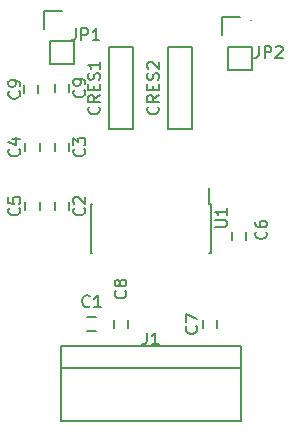
<source format=gto>
G04 #@! TF.GenerationSoftware,KiCad,Pcbnew,(2017-06-12 revision 19d5cc754)-master*
G04 #@! TF.CreationDate,2018-05-15T00:46:58+02:00*
G04 #@! TF.ProjectId,RFID_BOARD_EM4095,524649445F424F4152445F454D343039,rev?*
G04 #@! TF.FileFunction,Legend,Top*
G04 #@! TF.FilePolarity,Positive*
%FSLAX46Y46*%
G04 Gerber Fmt 4.6, Leading zero omitted, Abs format (unit mm)*
G04 Created by KiCad (PCBNEW (2017-06-12 revision 19d5cc754)-master) date 2018 May 15, Tuesday 00:46:58*
%MOMM*%
%LPD*%
G01*
G04 APERTURE LIST*
%ADD10C,0.100000*%
%ADD11C,0.150000*%
G04 APERTURE END LIST*
D10*
D11*
X146800000Y-96950000D02*
X146800000Y-96250000D01*
X148000000Y-96250000D02*
X148000000Y-96950000D01*
X166000000Y-90700000D02*
X166000000Y-90700000D01*
X166000000Y-90700000D02*
X166000000Y-90700000D01*
X166000000Y-90700000D02*
X166000000Y-90700000D01*
X148100000Y-106150000D02*
X148100000Y-106850000D01*
X146900000Y-106850000D02*
X146900000Y-106150000D01*
X165600000Y-108650000D02*
X165600000Y-109350000D01*
X164400000Y-109350000D02*
X164400000Y-108650000D01*
X163100000Y-116150000D02*
X163100000Y-116850000D01*
X161900000Y-116850000D02*
X161900000Y-116150000D01*
X154400000Y-116850000D02*
X154400000Y-116150000D01*
X155600000Y-116150000D02*
X155600000Y-116850000D01*
X156000000Y-100000000D02*
X154000000Y-100000000D01*
X156000000Y-93000000D02*
X156000000Y-100000000D01*
X154000000Y-93000000D02*
X156000000Y-93000000D01*
X154000000Y-100000000D02*
X154000000Y-93000000D01*
X157500000Y-124675000D02*
X165120000Y-124675000D01*
X157500000Y-120230000D02*
X165120000Y-120230000D01*
X157500000Y-118325000D02*
X165120000Y-118325000D01*
X149880000Y-118325000D02*
X149880000Y-124675000D01*
X165120000Y-118325000D02*
X165120000Y-124675000D01*
X157500000Y-120230000D02*
X149880000Y-120230000D01*
X149880000Y-118325000D02*
X157500000Y-118325000D01*
X157500000Y-124675000D02*
X149880000Y-124675000D01*
X150600000Y-96150000D02*
X150600000Y-96850000D01*
X149400000Y-96850000D02*
X149400000Y-96150000D01*
X159000000Y-100000000D02*
X159000000Y-93000000D01*
X159000000Y-93000000D02*
X161000000Y-93000000D01*
X161000000Y-93000000D02*
X161000000Y-100000000D01*
X161000000Y-100000000D02*
X159000000Y-100000000D01*
X149000000Y-92500000D02*
X151000000Y-92500000D01*
X151000000Y-92500000D02*
X151000000Y-94500000D01*
X151000000Y-94500000D02*
X149000000Y-94500000D01*
X149000000Y-94500000D02*
X149000000Y-92500000D01*
X148500000Y-91500000D02*
X148500000Y-90000000D01*
X148500000Y-90000000D02*
X150000000Y-90000000D01*
X163550000Y-90500000D02*
X165050000Y-90500000D01*
X163550000Y-92000000D02*
X163550000Y-90500000D01*
X164050000Y-95000000D02*
X164050000Y-93000000D01*
X166050000Y-95000000D02*
X164050000Y-95000000D01*
X166050000Y-93000000D02*
X166050000Y-95000000D01*
X164050000Y-93000000D02*
X166050000Y-93000000D01*
X152850000Y-117100000D02*
X152150000Y-117100000D01*
X152150000Y-115900000D02*
X152850000Y-115900000D01*
X150600000Y-106150000D02*
X150600000Y-106850000D01*
X149400000Y-106850000D02*
X149400000Y-106150000D01*
X149400000Y-101850000D02*
X149400000Y-101150000D01*
X150600000Y-101150000D02*
X150600000Y-101850000D01*
X146900000Y-101850000D02*
X146900000Y-101150000D01*
X148100000Y-101150000D02*
X148100000Y-101850000D01*
X162575000Y-106325000D02*
X162470000Y-106325000D01*
X162575000Y-110475000D02*
X162470000Y-110475000D01*
X152425000Y-110475000D02*
X152530000Y-110475000D01*
X152425000Y-106325000D02*
X152530000Y-106325000D01*
X162575000Y-106325000D02*
X162575000Y-110475000D01*
X152425000Y-106325000D02*
X152425000Y-110475000D01*
X162470000Y-106325000D02*
X162470000Y-104950000D01*
X146357142Y-96766666D02*
X146404761Y-96814285D01*
X146452380Y-96957142D01*
X146452380Y-97052380D01*
X146404761Y-97195238D01*
X146309523Y-97290476D01*
X146214285Y-97338095D01*
X146023809Y-97385714D01*
X145880952Y-97385714D01*
X145690476Y-97338095D01*
X145595238Y-97290476D01*
X145500000Y-97195238D01*
X145452380Y-97052380D01*
X145452380Y-96957142D01*
X145500000Y-96814285D01*
X145547619Y-96766666D01*
X146452380Y-96290476D02*
X146452380Y-96100000D01*
X146404761Y-96004761D01*
X146357142Y-95957142D01*
X146214285Y-95861904D01*
X146023809Y-95814285D01*
X145642857Y-95814285D01*
X145547619Y-95861904D01*
X145500000Y-95909523D01*
X145452380Y-96004761D01*
X145452380Y-96195238D01*
X145500000Y-96290476D01*
X145547619Y-96338095D01*
X145642857Y-96385714D01*
X145880952Y-96385714D01*
X145976190Y-96338095D01*
X146023809Y-96290476D01*
X146071428Y-96195238D01*
X146071428Y-96004761D01*
X146023809Y-95909523D01*
X145976190Y-95861904D01*
X145880952Y-95814285D01*
X146357142Y-106666666D02*
X146404761Y-106714285D01*
X146452380Y-106857142D01*
X146452380Y-106952380D01*
X146404761Y-107095238D01*
X146309523Y-107190476D01*
X146214285Y-107238095D01*
X146023809Y-107285714D01*
X145880952Y-107285714D01*
X145690476Y-107238095D01*
X145595238Y-107190476D01*
X145500000Y-107095238D01*
X145452380Y-106952380D01*
X145452380Y-106857142D01*
X145500000Y-106714285D01*
X145547619Y-106666666D01*
X145452380Y-105761904D02*
X145452380Y-106238095D01*
X145928571Y-106285714D01*
X145880952Y-106238095D01*
X145833333Y-106142857D01*
X145833333Y-105904761D01*
X145880952Y-105809523D01*
X145928571Y-105761904D01*
X146023809Y-105714285D01*
X146261904Y-105714285D01*
X146357142Y-105761904D01*
X146404761Y-105809523D01*
X146452380Y-105904761D01*
X146452380Y-106142857D01*
X146404761Y-106238095D01*
X146357142Y-106285714D01*
X167257142Y-108666666D02*
X167304761Y-108714285D01*
X167352380Y-108857142D01*
X167352380Y-108952380D01*
X167304761Y-109095238D01*
X167209523Y-109190476D01*
X167114285Y-109238095D01*
X166923809Y-109285714D01*
X166780952Y-109285714D01*
X166590476Y-109238095D01*
X166495238Y-109190476D01*
X166400000Y-109095238D01*
X166352380Y-108952380D01*
X166352380Y-108857142D01*
X166400000Y-108714285D01*
X166447619Y-108666666D01*
X166352380Y-107809523D02*
X166352380Y-108000000D01*
X166400000Y-108095238D01*
X166447619Y-108142857D01*
X166590476Y-108238095D01*
X166780952Y-108285714D01*
X167161904Y-108285714D01*
X167257142Y-108238095D01*
X167304761Y-108190476D01*
X167352380Y-108095238D01*
X167352380Y-107904761D01*
X167304761Y-107809523D01*
X167257142Y-107761904D01*
X167161904Y-107714285D01*
X166923809Y-107714285D01*
X166828571Y-107761904D01*
X166780952Y-107809523D01*
X166733333Y-107904761D01*
X166733333Y-108095238D01*
X166780952Y-108190476D01*
X166828571Y-108238095D01*
X166923809Y-108285714D01*
X161357142Y-116666666D02*
X161404761Y-116714285D01*
X161452380Y-116857142D01*
X161452380Y-116952380D01*
X161404761Y-117095238D01*
X161309523Y-117190476D01*
X161214285Y-117238095D01*
X161023809Y-117285714D01*
X160880952Y-117285714D01*
X160690476Y-117238095D01*
X160595238Y-117190476D01*
X160500000Y-117095238D01*
X160452380Y-116952380D01*
X160452380Y-116857142D01*
X160500000Y-116714285D01*
X160547619Y-116666666D01*
X160452380Y-116333333D02*
X160452380Y-115666666D01*
X161452380Y-116095238D01*
X155357142Y-113666666D02*
X155404761Y-113714285D01*
X155452380Y-113857142D01*
X155452380Y-113952380D01*
X155404761Y-114095238D01*
X155309523Y-114190476D01*
X155214285Y-114238095D01*
X155023809Y-114285714D01*
X154880952Y-114285714D01*
X154690476Y-114238095D01*
X154595238Y-114190476D01*
X154500000Y-114095238D01*
X154452380Y-113952380D01*
X154452380Y-113857142D01*
X154500000Y-113714285D01*
X154547619Y-113666666D01*
X154880952Y-113095238D02*
X154833333Y-113190476D01*
X154785714Y-113238095D01*
X154690476Y-113285714D01*
X154642857Y-113285714D01*
X154547619Y-113238095D01*
X154500000Y-113190476D01*
X154452380Y-113095238D01*
X154452380Y-112904761D01*
X154500000Y-112809523D01*
X154547619Y-112761904D01*
X154642857Y-112714285D01*
X154690476Y-112714285D01*
X154785714Y-112761904D01*
X154833333Y-112809523D01*
X154880952Y-112904761D01*
X154880952Y-113095238D01*
X154928571Y-113190476D01*
X154976190Y-113238095D01*
X155071428Y-113285714D01*
X155261904Y-113285714D01*
X155357142Y-113238095D01*
X155404761Y-113190476D01*
X155452380Y-113095238D01*
X155452380Y-112904761D01*
X155404761Y-112809523D01*
X155357142Y-112761904D01*
X155261904Y-112714285D01*
X155071428Y-112714285D01*
X154976190Y-112761904D01*
X154928571Y-112809523D01*
X154880952Y-112904761D01*
X153107142Y-98095238D02*
X153154761Y-98142857D01*
X153202380Y-98285714D01*
X153202380Y-98380952D01*
X153154761Y-98523809D01*
X153059523Y-98619047D01*
X152964285Y-98666666D01*
X152773809Y-98714285D01*
X152630952Y-98714285D01*
X152440476Y-98666666D01*
X152345238Y-98619047D01*
X152250000Y-98523809D01*
X152202380Y-98380952D01*
X152202380Y-98285714D01*
X152250000Y-98142857D01*
X152297619Y-98095238D01*
X153202380Y-97095238D02*
X152726190Y-97428571D01*
X153202380Y-97666666D02*
X152202380Y-97666666D01*
X152202380Y-97285714D01*
X152250000Y-97190476D01*
X152297619Y-97142857D01*
X152392857Y-97095238D01*
X152535714Y-97095238D01*
X152630952Y-97142857D01*
X152678571Y-97190476D01*
X152726190Y-97285714D01*
X152726190Y-97666666D01*
X152678571Y-96666666D02*
X152678571Y-96333333D01*
X153202380Y-96190476D02*
X153202380Y-96666666D01*
X152202380Y-96666666D01*
X152202380Y-96190476D01*
X153154761Y-95809523D02*
X153202380Y-95666666D01*
X153202380Y-95428571D01*
X153154761Y-95333333D01*
X153107142Y-95285714D01*
X153011904Y-95238095D01*
X152916666Y-95238095D01*
X152821428Y-95285714D01*
X152773809Y-95333333D01*
X152726190Y-95428571D01*
X152678571Y-95619047D01*
X152630952Y-95714285D01*
X152583333Y-95761904D01*
X152488095Y-95809523D01*
X152392857Y-95809523D01*
X152297619Y-95761904D01*
X152250000Y-95714285D01*
X152202380Y-95619047D01*
X152202380Y-95380952D01*
X152250000Y-95238095D01*
X153202380Y-94285714D02*
X153202380Y-94857142D01*
X153202380Y-94571428D02*
X152202380Y-94571428D01*
X152345238Y-94666666D01*
X152440476Y-94761904D01*
X152488095Y-94857142D01*
X157166666Y-117202380D02*
X157166666Y-117916666D01*
X157119047Y-118059523D01*
X157023809Y-118154761D01*
X156880952Y-118202380D01*
X156785714Y-118202380D01*
X158166666Y-118202380D02*
X157595238Y-118202380D01*
X157880952Y-118202380D02*
X157880952Y-117202380D01*
X157785714Y-117345238D01*
X157690476Y-117440476D01*
X157595238Y-117488095D01*
X151857142Y-96666666D02*
X151904761Y-96714285D01*
X151952380Y-96857142D01*
X151952380Y-96952380D01*
X151904761Y-97095238D01*
X151809523Y-97190476D01*
X151714285Y-97238095D01*
X151523809Y-97285714D01*
X151380952Y-97285714D01*
X151190476Y-97238095D01*
X151095238Y-97190476D01*
X151000000Y-97095238D01*
X150952380Y-96952380D01*
X150952380Y-96857142D01*
X151000000Y-96714285D01*
X151047619Y-96666666D01*
X151952380Y-96190476D02*
X151952380Y-96000000D01*
X151904761Y-95904761D01*
X151857142Y-95857142D01*
X151714285Y-95761904D01*
X151523809Y-95714285D01*
X151142857Y-95714285D01*
X151047619Y-95761904D01*
X151000000Y-95809523D01*
X150952380Y-95904761D01*
X150952380Y-96095238D01*
X151000000Y-96190476D01*
X151047619Y-96238095D01*
X151142857Y-96285714D01*
X151380952Y-96285714D01*
X151476190Y-96238095D01*
X151523809Y-96190476D01*
X151571428Y-96095238D01*
X151571428Y-95904761D01*
X151523809Y-95809523D01*
X151476190Y-95761904D01*
X151380952Y-95714285D01*
X158107142Y-98095238D02*
X158154761Y-98142857D01*
X158202380Y-98285714D01*
X158202380Y-98380952D01*
X158154761Y-98523809D01*
X158059523Y-98619047D01*
X157964285Y-98666666D01*
X157773809Y-98714285D01*
X157630952Y-98714285D01*
X157440476Y-98666666D01*
X157345238Y-98619047D01*
X157250000Y-98523809D01*
X157202380Y-98380952D01*
X157202380Y-98285714D01*
X157250000Y-98142857D01*
X157297619Y-98095238D01*
X158202380Y-97095238D02*
X157726190Y-97428571D01*
X158202380Y-97666666D02*
X157202380Y-97666666D01*
X157202380Y-97285714D01*
X157250000Y-97190476D01*
X157297619Y-97142857D01*
X157392857Y-97095238D01*
X157535714Y-97095238D01*
X157630952Y-97142857D01*
X157678571Y-97190476D01*
X157726190Y-97285714D01*
X157726190Y-97666666D01*
X157678571Y-96666666D02*
X157678571Y-96333333D01*
X158202380Y-96190476D02*
X158202380Y-96666666D01*
X157202380Y-96666666D01*
X157202380Y-96190476D01*
X158154761Y-95809523D02*
X158202380Y-95666666D01*
X158202380Y-95428571D01*
X158154761Y-95333333D01*
X158107142Y-95285714D01*
X158011904Y-95238095D01*
X157916666Y-95238095D01*
X157821428Y-95285714D01*
X157773809Y-95333333D01*
X157726190Y-95428571D01*
X157678571Y-95619047D01*
X157630952Y-95714285D01*
X157583333Y-95761904D01*
X157488095Y-95809523D01*
X157392857Y-95809523D01*
X157297619Y-95761904D01*
X157250000Y-95714285D01*
X157202380Y-95619047D01*
X157202380Y-95380952D01*
X157250000Y-95238095D01*
X157297619Y-94857142D02*
X157250000Y-94809523D01*
X157202380Y-94714285D01*
X157202380Y-94476190D01*
X157250000Y-94380952D01*
X157297619Y-94333333D01*
X157392857Y-94285714D01*
X157488095Y-94285714D01*
X157630952Y-94333333D01*
X158202380Y-94904761D01*
X158202380Y-94285714D01*
X151166666Y-91452380D02*
X151166666Y-92166666D01*
X151119047Y-92309523D01*
X151023809Y-92404761D01*
X150880952Y-92452380D01*
X150785714Y-92452380D01*
X151642857Y-92452380D02*
X151642857Y-91452380D01*
X152023809Y-91452380D01*
X152119047Y-91500000D01*
X152166666Y-91547619D01*
X152214285Y-91642857D01*
X152214285Y-91785714D01*
X152166666Y-91880952D01*
X152119047Y-91928571D01*
X152023809Y-91976190D01*
X151642857Y-91976190D01*
X153166666Y-92452380D02*
X152595238Y-92452380D01*
X152880952Y-92452380D02*
X152880952Y-91452380D01*
X152785714Y-91595238D01*
X152690476Y-91690476D01*
X152595238Y-91738095D01*
X166666666Y-92952380D02*
X166666666Y-93666666D01*
X166619047Y-93809523D01*
X166523809Y-93904761D01*
X166380952Y-93952380D01*
X166285714Y-93952380D01*
X167142857Y-93952380D02*
X167142857Y-92952380D01*
X167523809Y-92952380D01*
X167619047Y-93000000D01*
X167666666Y-93047619D01*
X167714285Y-93142857D01*
X167714285Y-93285714D01*
X167666666Y-93380952D01*
X167619047Y-93428571D01*
X167523809Y-93476190D01*
X167142857Y-93476190D01*
X168095238Y-93047619D02*
X168142857Y-93000000D01*
X168238095Y-92952380D01*
X168476190Y-92952380D01*
X168571428Y-93000000D01*
X168619047Y-93047619D01*
X168666666Y-93142857D01*
X168666666Y-93238095D01*
X168619047Y-93380952D01*
X168047619Y-93952380D01*
X168666666Y-93952380D01*
X152333333Y-114957142D02*
X152285714Y-115004761D01*
X152142857Y-115052380D01*
X152047619Y-115052380D01*
X151904761Y-115004761D01*
X151809523Y-114909523D01*
X151761904Y-114814285D01*
X151714285Y-114623809D01*
X151714285Y-114480952D01*
X151761904Y-114290476D01*
X151809523Y-114195238D01*
X151904761Y-114100000D01*
X152047619Y-114052380D01*
X152142857Y-114052380D01*
X152285714Y-114100000D01*
X152333333Y-114147619D01*
X153285714Y-115052380D02*
X152714285Y-115052380D01*
X153000000Y-115052380D02*
X153000000Y-114052380D01*
X152904761Y-114195238D01*
X152809523Y-114290476D01*
X152714285Y-114338095D01*
X151857142Y-106666666D02*
X151904761Y-106714285D01*
X151952380Y-106857142D01*
X151952380Y-106952380D01*
X151904761Y-107095238D01*
X151809523Y-107190476D01*
X151714285Y-107238095D01*
X151523809Y-107285714D01*
X151380952Y-107285714D01*
X151190476Y-107238095D01*
X151095238Y-107190476D01*
X151000000Y-107095238D01*
X150952380Y-106952380D01*
X150952380Y-106857142D01*
X151000000Y-106714285D01*
X151047619Y-106666666D01*
X151047619Y-106285714D02*
X151000000Y-106238095D01*
X150952380Y-106142857D01*
X150952380Y-105904761D01*
X151000000Y-105809523D01*
X151047619Y-105761904D01*
X151142857Y-105714285D01*
X151238095Y-105714285D01*
X151380952Y-105761904D01*
X151952380Y-106333333D01*
X151952380Y-105714285D01*
X151857142Y-101666666D02*
X151904761Y-101714285D01*
X151952380Y-101857142D01*
X151952380Y-101952380D01*
X151904761Y-102095238D01*
X151809523Y-102190476D01*
X151714285Y-102238095D01*
X151523809Y-102285714D01*
X151380952Y-102285714D01*
X151190476Y-102238095D01*
X151095238Y-102190476D01*
X151000000Y-102095238D01*
X150952380Y-101952380D01*
X150952380Y-101857142D01*
X151000000Y-101714285D01*
X151047619Y-101666666D01*
X150952380Y-101333333D02*
X150952380Y-100714285D01*
X151333333Y-101047619D01*
X151333333Y-100904761D01*
X151380952Y-100809523D01*
X151428571Y-100761904D01*
X151523809Y-100714285D01*
X151761904Y-100714285D01*
X151857142Y-100761904D01*
X151904761Y-100809523D01*
X151952380Y-100904761D01*
X151952380Y-101190476D01*
X151904761Y-101285714D01*
X151857142Y-101333333D01*
X146357142Y-101666666D02*
X146404761Y-101714285D01*
X146452380Y-101857142D01*
X146452380Y-101952380D01*
X146404761Y-102095238D01*
X146309523Y-102190476D01*
X146214285Y-102238095D01*
X146023809Y-102285714D01*
X145880952Y-102285714D01*
X145690476Y-102238095D01*
X145595238Y-102190476D01*
X145500000Y-102095238D01*
X145452380Y-101952380D01*
X145452380Y-101857142D01*
X145500000Y-101714285D01*
X145547619Y-101666666D01*
X145785714Y-100809523D02*
X146452380Y-100809523D01*
X145404761Y-101047619D02*
X146119047Y-101285714D01*
X146119047Y-100666666D01*
X162952380Y-108261904D02*
X163761904Y-108261904D01*
X163857142Y-108214285D01*
X163904761Y-108166666D01*
X163952380Y-108071428D01*
X163952380Y-107880952D01*
X163904761Y-107785714D01*
X163857142Y-107738095D01*
X163761904Y-107690476D01*
X162952380Y-107690476D01*
X163952380Y-106690476D02*
X163952380Y-107261904D01*
X163952380Y-106976190D02*
X162952380Y-106976190D01*
X163095238Y-107071428D01*
X163190476Y-107166666D01*
X163238095Y-107261904D01*
M02*

</source>
